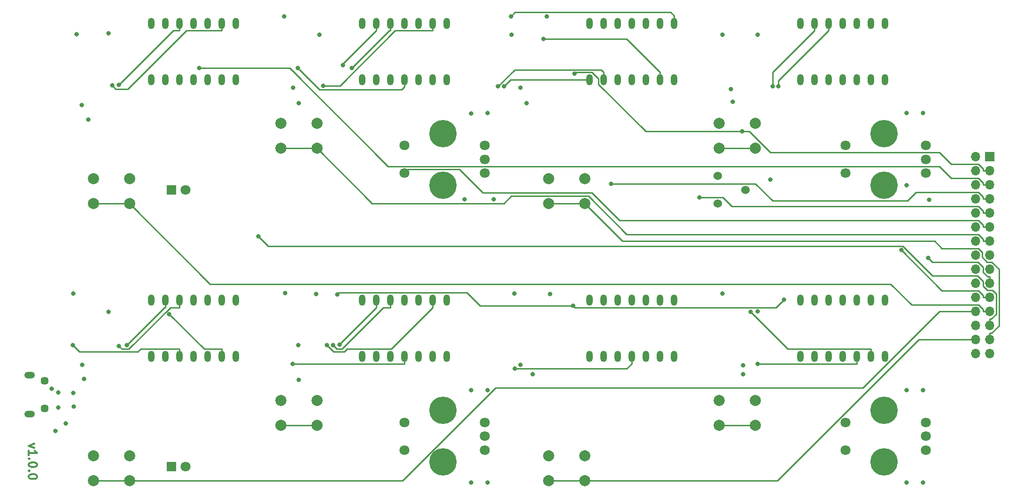
<source format=gbr>
%TF.GenerationSoftware,KiCad,Pcbnew,(5.1.6)-1*%
%TF.CreationDate,2020-09-26T19:54:48-07:00*%
%TF.ProjectId,Cessna 172 nav and com radio,43657373-6e61-4203-9137-32206e617620,rev?*%
%TF.SameCoordinates,Original*%
%TF.FileFunction,Copper,L1,Top*%
%TF.FilePolarity,Positive*%
%FSLAX46Y46*%
G04 Gerber Fmt 4.6, Leading zero omitted, Abs format (unit mm)*
G04 Created by KiCad (PCBNEW (5.1.6)-1) date 2020-09-26 19:54:48*
%MOMM*%
%LPD*%
G01*
G04 APERTURE LIST*
%TA.AperFunction,NonConductor*%
%ADD10C,0.300000*%
%TD*%
%TA.AperFunction,ComponentPad*%
%ADD11O,1.200000X2.000000*%
%TD*%
%TA.AperFunction,ComponentPad*%
%ADD12C,1.524000*%
%TD*%
%TA.AperFunction,ComponentPad*%
%ADD13C,1.800000*%
%TD*%
%TA.AperFunction,ComponentPad*%
%ADD14R,1.800000X1.800000*%
%TD*%
%TA.AperFunction,ComponentPad*%
%ADD15C,2.000000*%
%TD*%
%TA.AperFunction,ComponentPad*%
%ADD16C,1.450000*%
%TD*%
%TA.AperFunction,ComponentPad*%
%ADD17O,1.900000X1.200000*%
%TD*%
%TA.AperFunction,ComponentPad*%
%ADD18C,4.950000*%
%TD*%
%TA.AperFunction,ComponentPad*%
%ADD19R,1.700000X1.700000*%
%TD*%
%TA.AperFunction,ComponentPad*%
%ADD20O,1.700000X1.700000*%
%TD*%
%TA.AperFunction,ViaPad*%
%ADD21C,0.800000*%
%TD*%
%TA.AperFunction,Conductor*%
%ADD22C,0.250000*%
%TD*%
G04 APERTURE END LIST*
D10*
X32321428Y-111847714D02*
X31321428Y-112204857D01*
X32321428Y-112562000D01*
X31321428Y-113919142D02*
X31321428Y-113062000D01*
X31321428Y-113490571D02*
X32821428Y-113490571D01*
X32607142Y-113347714D01*
X32464285Y-113204857D01*
X32392857Y-113062000D01*
X31464285Y-114562000D02*
X31392857Y-114633428D01*
X31321428Y-114562000D01*
X31392857Y-114490571D01*
X31464285Y-114562000D01*
X31321428Y-114562000D01*
X32821428Y-115562000D02*
X32821428Y-115704857D01*
X32750000Y-115847714D01*
X32678571Y-115919142D01*
X32535714Y-115990571D01*
X32250000Y-116062000D01*
X31892857Y-116062000D01*
X31607142Y-115990571D01*
X31464285Y-115919142D01*
X31392857Y-115847714D01*
X31321428Y-115704857D01*
X31321428Y-115562000D01*
X31392857Y-115419142D01*
X31464285Y-115347714D01*
X31607142Y-115276285D01*
X31892857Y-115204857D01*
X32250000Y-115204857D01*
X32535714Y-115276285D01*
X32678571Y-115347714D01*
X32750000Y-115419142D01*
X32821428Y-115562000D01*
X31464285Y-116704857D02*
X31392857Y-116776285D01*
X31321428Y-116704857D01*
X31392857Y-116633428D01*
X31464285Y-116704857D01*
X31321428Y-116704857D01*
X32821428Y-117704857D02*
X32821428Y-117847714D01*
X32750000Y-117990571D01*
X32678571Y-118062000D01*
X32535714Y-118133428D01*
X32250000Y-118204857D01*
X31892857Y-118204857D01*
X31607142Y-118133428D01*
X31464285Y-118062000D01*
X31392857Y-117990571D01*
X31321428Y-117847714D01*
X31321428Y-117704857D01*
X31392857Y-117562000D01*
X31464285Y-117490571D01*
X31607142Y-117419142D01*
X31892857Y-117347714D01*
X32250000Y-117347714D01*
X32535714Y-117419142D01*
X32678571Y-117490571D01*
X32750000Y-117562000D01*
X32821428Y-117704857D01*
D11*
%TO.P,U4,7*%
%TO.N,Net-(U4-Pad7)*%
X106620000Y-46080000D03*
%TO.P,U4,8*%
%TO.N,/sheet5F611637/DIG_4*%
X106620000Y-35920000D03*
%TO.P,U4,6*%
%TO.N,/sheet5F611637/DIG_3*%
X104080000Y-46080000D03*
%TO.P,U4,9*%
%TO.N,/sheet5F611637/SEG_B*%
X104080000Y-35920000D03*
%TO.P,U4,5*%
%TO.N,/sheet5F611637/SEG_G*%
X101540000Y-46080000D03*
%TO.P,U4,10*%
%TO.N,/sheet5F611637/DIG_2*%
X101540000Y-35920000D03*
%TO.P,U4,4*%
%TO.N,/sheet5F611637/SEG_C*%
X99000000Y-46080000D03*
%TO.P,U4,11*%
%TO.N,/sheet5F611637/DIG_1*%
X99000000Y-35920000D03*
%TO.P,U4,3*%
%TO.N,/sheet5F611637/SEG_DP*%
X96460000Y-46080000D03*
%TO.P,U4,12*%
%TO.N,/sheet5F611637/SEG_F*%
X96460000Y-35920000D03*
%TO.P,U4,2*%
%TO.N,/sheet5F611637/SEG_D*%
X93920000Y-46080000D03*
%TO.P,U4,13*%
%TO.N,/sheet5F611637/SEG_A*%
X93920000Y-35920000D03*
%TO.P,U4,1*%
%TO.N,/sheet5F611637/SEG_E*%
X91380000Y-46080000D03*
%TO.P,U4,14*%
%TO.N,/sheet5F611637/DIG_0*%
X91380000Y-35920000D03*
%TD*%
D12*
%TO.P,RV1,1*%
%TO.N,Net-(R1-Pad2)*%
X155500000Y-68500000D03*
%TO.P,RV1,3*%
%TO.N,ISET*%
X155500000Y-63500000D03*
%TO.P,RV1,2*%
%TO.N,Net-(RV1-Pad2)*%
X160500000Y-66000000D03*
%TD*%
D11*
%TO.P,U2,7*%
%TO.N,Net-(U2-Pad7)*%
X68620000Y-46080000D03*
%TO.P,U2,8*%
%TO.N,/5 digit LCD display/DIG_4*%
X68620000Y-35920000D03*
%TO.P,U2,6*%
%TO.N,/5 digit LCD display/DIG_3*%
X66080000Y-46080000D03*
%TO.P,U2,9*%
%TO.N,/5 digit LCD display/SEG_B*%
X66080000Y-35920000D03*
%TO.P,U2,5*%
%TO.N,/5 digit LCD display/SEG_G*%
X63540000Y-46080000D03*
%TO.P,U2,10*%
%TO.N,/5 digit LCD display/DIG_2*%
X63540000Y-35920000D03*
%TO.P,U2,4*%
%TO.N,/5 digit LCD display/SEG_C*%
X61000000Y-46080000D03*
%TO.P,U2,11*%
%TO.N,/5 digit LCD display/DIG_1*%
X61000000Y-35920000D03*
%TO.P,U2,3*%
%TO.N,/5 digit LCD display/SEG_DP*%
X58460000Y-46080000D03*
%TO.P,U2,12*%
%TO.N,/5 digit LCD display/SEG_F*%
X58460000Y-35920000D03*
%TO.P,U2,2*%
%TO.N,/5 digit LCD display/SEG_D*%
X55920000Y-46080000D03*
%TO.P,U2,13*%
%TO.N,/5 digit LCD display/SEG_A*%
X55920000Y-35920000D03*
%TO.P,U2,1*%
%TO.N,/5 digit LCD display/SEG_E*%
X53380000Y-46080000D03*
%TO.P,U2,14*%
%TO.N,/5 digit LCD display/DIG_0*%
X53380000Y-35920000D03*
%TD*%
%TO.P,U6,7*%
%TO.N,Net-(U6-Pad7)*%
X147620000Y-46080000D03*
%TO.P,U6,8*%
%TO.N,/sheet5F613960/DIG_4*%
X147620000Y-35920000D03*
%TO.P,U6,6*%
%TO.N,/sheet5F613960/DIG_3*%
X145080000Y-46080000D03*
%TO.P,U6,9*%
%TO.N,/sheet5F613960/SEG_B*%
X145080000Y-35920000D03*
%TO.P,U6,5*%
%TO.N,/sheet5F613960/SEG_G*%
X142540000Y-46080000D03*
%TO.P,U6,10*%
%TO.N,/sheet5F613960/DIG_2*%
X142540000Y-35920000D03*
%TO.P,U6,4*%
%TO.N,/sheet5F613960/SEG_C*%
X140000000Y-46080000D03*
%TO.P,U6,11*%
%TO.N,/sheet5F613960/DIG_1*%
X140000000Y-35920000D03*
%TO.P,U6,3*%
%TO.N,/sheet5F613960/SEG_DP*%
X137460000Y-46080000D03*
%TO.P,U6,12*%
%TO.N,/sheet5F613960/SEG_F*%
X137460000Y-35920000D03*
%TO.P,U6,2*%
%TO.N,/sheet5F613960/SEG_D*%
X134920000Y-46080000D03*
%TO.P,U6,13*%
%TO.N,/sheet5F613960/SEG_A*%
X134920000Y-35920000D03*
%TO.P,U6,1*%
%TO.N,/sheet5F613960/SEG_E*%
X132380000Y-46080000D03*
%TO.P,U6,14*%
%TO.N,/sheet5F613960/DIG_0*%
X132380000Y-35920000D03*
%TD*%
%TO.P,U8,7*%
%TO.N,Net-(U8-Pad7)*%
X185620000Y-46080000D03*
%TO.P,U8,8*%
%TO.N,/sheet5F613961/DIG_4*%
X185620000Y-35920000D03*
%TO.P,U8,6*%
%TO.N,/sheet5F613961/DIG_3*%
X183080000Y-46080000D03*
%TO.P,U8,9*%
%TO.N,/sheet5F613961/SEG_B*%
X183080000Y-35920000D03*
%TO.P,U8,5*%
%TO.N,/sheet5F613961/SEG_G*%
X180540000Y-46080000D03*
%TO.P,U8,10*%
%TO.N,/sheet5F613961/DIG_2*%
X180540000Y-35920000D03*
%TO.P,U8,4*%
%TO.N,/sheet5F613961/SEG_C*%
X178000000Y-46080000D03*
%TO.P,U8,11*%
%TO.N,/sheet5F613961/DIG_1*%
X178000000Y-35920000D03*
%TO.P,U8,3*%
%TO.N,/sheet5F613961/SEG_DP*%
X175460000Y-46080000D03*
%TO.P,U8,12*%
%TO.N,/sheet5F613961/SEG_F*%
X175460000Y-35920000D03*
%TO.P,U8,2*%
%TO.N,/sheet5F613961/SEG_D*%
X172920000Y-46080000D03*
%TO.P,U8,13*%
%TO.N,/sheet5F613961/SEG_A*%
X172920000Y-35920000D03*
%TO.P,U8,1*%
%TO.N,/sheet5F613961/SEG_E*%
X170380000Y-46080000D03*
%TO.P,U8,14*%
%TO.N,/sheet5F613961/DIG_0*%
X170380000Y-35920000D03*
%TD*%
D13*
%TO.P,D3,2*%
%TO.N,Net-(D3-Pad2)*%
X59540000Y-66000000D03*
D14*
%TO.P,D3,1*%
%TO.N,GND*%
X57000000Y-66000000D03*
%TD*%
D15*
%TO.P,SW1,2*%
%TO.N,COMM1_XFR*%
X76750000Y-58500000D03*
%TO.P,SW1,1*%
%TO.N,GND*%
X76750000Y-54000000D03*
%TO.P,SW1,2*%
%TO.N,COMM1_XFR*%
X83250000Y-58500000D03*
%TO.P,SW1,1*%
%TO.N,GND*%
X83250000Y-54000000D03*
%TD*%
%TO.P,SW2,1*%
%TO.N,GND*%
X162250000Y-54000000D03*
%TO.P,SW2,2*%
%TO.N,NAV1_XFR*%
X162250000Y-58500000D03*
%TO.P,SW2,1*%
%TO.N,GND*%
X155750000Y-54000000D03*
%TO.P,SW2,2*%
%TO.N,NAV1_XFR*%
X155750000Y-58500000D03*
%TD*%
%TO.P,SW3,2*%
%TO.N,IDENT1_SW*%
X125000000Y-68500000D03*
%TO.P,SW3,1*%
%TO.N,GND*%
X125000000Y-64000000D03*
%TO.P,SW3,2*%
%TO.N,IDENT1_SW*%
X131500000Y-68500000D03*
%TO.P,SW3,1*%
%TO.N,GND*%
X131500000Y-64000000D03*
%TD*%
D16*
%TO.P,J2,6*%
%TO.N,Net-(J2-Pad6)*%
X34162500Y-105500000D03*
X34162500Y-100500000D03*
D17*
X31462500Y-106500000D03*
X31462500Y-99500000D03*
%TD*%
D18*
%TO.P,J3,MH2*%
%TO.N,Net-(J3-PadMH2)*%
X106000000Y-55850000D03*
%TO.P,J3,MH1*%
%TO.N,Net-(J3-PadMH1)*%
X106000000Y-65150000D03*
D13*
%TO.P,J3,E1*%
%TO.N,GND*%
X99000000Y-58000000D03*
%TO.P,J3,D1*%
%TO.N,COMM1_KHZ_SW*%
X99000000Y-63000000D03*
%TO.P,J3,C1*%
%TO.N,GND*%
X113500000Y-60500000D03*
%TO.P,J3,B1*%
%TO.N,/Tuning rotary encoder and switch/B1*%
X113500000Y-58000000D03*
%TO.P,J3,A1*%
%TO.N,/Tuning rotary encoder and switch/A1*%
X113500000Y-63000000D03*
%TD*%
%TO.P,J4,A1*%
%TO.N,/sheet5F5DD32A/A1*%
X193000000Y-63000000D03*
%TO.P,J4,B1*%
%TO.N,/sheet5F5DD32A/B1*%
X193000000Y-58000000D03*
%TO.P,J4,C1*%
%TO.N,GND*%
X193000000Y-60500000D03*
%TO.P,J4,D1*%
%TO.N,NAV1_KHZ_SW*%
X178500000Y-63000000D03*
%TO.P,J4,E1*%
%TO.N,GND*%
X178500000Y-58000000D03*
D18*
%TO.P,J4,MH1*%
%TO.N,Net-(J4-PadMH1)*%
X185500000Y-65150000D03*
%TO.P,J4,MH2*%
%TO.N,Net-(J4-PadMH2)*%
X185500000Y-55850000D03*
%TD*%
D13*
%TO.P,D6,2*%
%TO.N,Net-(D6-Pad2)*%
X59540000Y-116000000D03*
D14*
%TO.P,D6,1*%
%TO.N,GND*%
X57000000Y-116000000D03*
%TD*%
D13*
%TO.P,J1,A1*%
%TO.N,/sheet5F71BCD2/A1*%
X113500000Y-113000000D03*
%TO.P,J1,B1*%
%TO.N,/sheet5F71BCD2/B1*%
X113500000Y-108000000D03*
%TO.P,J1,C1*%
%TO.N,GND*%
X113500000Y-110500000D03*
%TO.P,J1,D1*%
%TO.N,COMM2_KHZ_SW*%
X99000000Y-113000000D03*
%TO.P,J1,E1*%
%TO.N,GND*%
X99000000Y-108000000D03*
D18*
%TO.P,J1,MH1*%
%TO.N,Net-(J1-PadMH1)*%
X106000000Y-115150000D03*
%TO.P,J1,MH2*%
%TO.N,Net-(J1-PadMH2)*%
X106000000Y-105850000D03*
%TD*%
%TO.P,J6,MH2*%
%TO.N,Net-(J6-PadMH2)*%
X185500000Y-105850000D03*
%TO.P,J6,MH1*%
%TO.N,Net-(J6-PadMH1)*%
X185500000Y-115150000D03*
D13*
%TO.P,J6,E1*%
%TO.N,GND*%
X178500000Y-108000000D03*
%TO.P,J6,D1*%
%TO.N,NAV2_KHZ_SW*%
X178500000Y-113000000D03*
%TO.P,J6,C1*%
%TO.N,GND*%
X193000000Y-110500000D03*
%TO.P,J6,B1*%
%TO.N,/sheet5F71BCD3/B1*%
X193000000Y-108000000D03*
%TO.P,J6,A1*%
%TO.N,/sheet5F71BCD3/A1*%
X193000000Y-113000000D03*
%TD*%
D15*
%TO.P,SW4,2*%
%TO.N,COMM2_XFR*%
X76750000Y-108500000D03*
%TO.P,SW4,1*%
%TO.N,GND*%
X76750000Y-104000000D03*
%TO.P,SW4,2*%
%TO.N,COMM2_XFR*%
X83250000Y-108500000D03*
%TO.P,SW4,1*%
%TO.N,GND*%
X83250000Y-104000000D03*
%TD*%
%TO.P,SW5,1*%
%TO.N,GND*%
X162250000Y-104000000D03*
%TO.P,SW5,2*%
%TO.N,NAV2_XFR*%
X162250000Y-108500000D03*
%TO.P,SW5,1*%
%TO.N,GND*%
X155750000Y-104000000D03*
%TO.P,SW5,2*%
%TO.N,NAV2_XFR*%
X155750000Y-108500000D03*
%TD*%
%TO.P,SW6,2*%
%TO.N,IDENT2_SW*%
X125000000Y-118500000D03*
%TO.P,SW6,1*%
%TO.N,GND*%
X125000000Y-114000000D03*
%TO.P,SW6,2*%
%TO.N,IDENT2_SW*%
X131500000Y-118500000D03*
%TO.P,SW6,1*%
%TO.N,GND*%
X131500000Y-114000000D03*
%TD*%
D11*
%TO.P,U10,14*%
%TO.N,/sheet5F68A9C2/DIG_0*%
X53380000Y-85920000D03*
%TO.P,U10,1*%
%TO.N,/sheet5F68A9C2/SEG_E*%
X53380000Y-96080000D03*
%TO.P,U10,13*%
%TO.N,/sheet5F68A9C2/SEG_A*%
X55920000Y-85920000D03*
%TO.P,U10,2*%
%TO.N,/sheet5F68A9C2/SEG_D*%
X55920000Y-96080000D03*
%TO.P,U10,12*%
%TO.N,/sheet5F68A9C2/SEG_F*%
X58460000Y-85920000D03*
%TO.P,U10,3*%
%TO.N,/sheet5F68A9C2/SEG_DP*%
X58460000Y-96080000D03*
%TO.P,U10,11*%
%TO.N,/sheet5F68A9C2/DIG_1*%
X61000000Y-85920000D03*
%TO.P,U10,4*%
%TO.N,/sheet5F68A9C2/SEG_C*%
X61000000Y-96080000D03*
%TO.P,U10,10*%
%TO.N,/sheet5F68A9C2/DIG_2*%
X63540000Y-85920000D03*
%TO.P,U10,5*%
%TO.N,/sheet5F68A9C2/SEG_G*%
X63540000Y-96080000D03*
%TO.P,U10,9*%
%TO.N,/sheet5F68A9C2/SEG_B*%
X66080000Y-85920000D03*
%TO.P,U10,6*%
%TO.N,/sheet5F68A9C2/DIG_3*%
X66080000Y-96080000D03*
%TO.P,U10,8*%
%TO.N,/sheet5F68A9C2/DIG_4*%
X68620000Y-85920000D03*
%TO.P,U10,7*%
%TO.N,Net-(U10-Pad7)*%
X68620000Y-96080000D03*
%TD*%
%TO.P,U12,7*%
%TO.N,Net-(U12-Pad7)*%
X147620000Y-96080000D03*
%TO.P,U12,8*%
%TO.N,/sheet5F68A9C3/DIG_4*%
X147620000Y-85920000D03*
%TO.P,U12,6*%
%TO.N,/sheet5F68A9C3/DIG_3*%
X145080000Y-96080000D03*
%TO.P,U12,9*%
%TO.N,/sheet5F68A9C3/SEG_B*%
X145080000Y-85920000D03*
%TO.P,U12,5*%
%TO.N,/sheet5F68A9C3/SEG_G*%
X142540000Y-96080000D03*
%TO.P,U12,10*%
%TO.N,/sheet5F68A9C3/DIG_2*%
X142540000Y-85920000D03*
%TO.P,U12,4*%
%TO.N,/sheet5F68A9C3/SEG_C*%
X140000000Y-96080000D03*
%TO.P,U12,11*%
%TO.N,/sheet5F68A9C3/DIG_1*%
X140000000Y-85920000D03*
%TO.P,U12,3*%
%TO.N,/sheet5F68A9C3/SEG_DP*%
X137460000Y-96080000D03*
%TO.P,U12,12*%
%TO.N,/sheet5F68A9C3/SEG_F*%
X137460000Y-85920000D03*
%TO.P,U12,2*%
%TO.N,/sheet5F68A9C3/SEG_D*%
X134920000Y-96080000D03*
%TO.P,U12,13*%
%TO.N,/sheet5F68A9C3/SEG_A*%
X134920000Y-85920000D03*
%TO.P,U12,1*%
%TO.N,/sheet5F68A9C3/SEG_E*%
X132380000Y-96080000D03*
%TO.P,U12,14*%
%TO.N,/sheet5F68A9C3/DIG_0*%
X132380000Y-85920000D03*
%TD*%
%TO.P,U14,7*%
%TO.N,Net-(U14-Pad7)*%
X185620000Y-96080000D03*
%TO.P,U14,8*%
%TO.N,/sheet5F68A9C4/DIG_4*%
X185620000Y-85920000D03*
%TO.P,U14,6*%
%TO.N,/sheet5F68A9C4/DIG_3*%
X183080000Y-96080000D03*
%TO.P,U14,9*%
%TO.N,/sheet5F68A9C4/SEG_B*%
X183080000Y-85920000D03*
%TO.P,U14,5*%
%TO.N,/sheet5F68A9C4/SEG_G*%
X180540000Y-96080000D03*
%TO.P,U14,10*%
%TO.N,/sheet5F68A9C4/DIG_2*%
X180540000Y-85920000D03*
%TO.P,U14,4*%
%TO.N,/sheet5F68A9C4/SEG_C*%
X178000000Y-96080000D03*
%TO.P,U14,11*%
%TO.N,/sheet5F68A9C4/DIG_1*%
X178000000Y-85920000D03*
%TO.P,U14,3*%
%TO.N,/sheet5F68A9C4/SEG_DP*%
X175460000Y-96080000D03*
%TO.P,U14,12*%
%TO.N,/sheet5F68A9C4/SEG_F*%
X175460000Y-85920000D03*
%TO.P,U14,2*%
%TO.N,/sheet5F68A9C4/SEG_D*%
X172920000Y-96080000D03*
%TO.P,U14,13*%
%TO.N,/sheet5F68A9C4/SEG_A*%
X172920000Y-85920000D03*
%TO.P,U14,1*%
%TO.N,/sheet5F68A9C4/SEG_E*%
X170380000Y-96080000D03*
%TO.P,U14,14*%
%TO.N,/sheet5F68A9C4/DIG_0*%
X170380000Y-85920000D03*
%TD*%
%TO.P,U16,14*%
%TO.N,/sheet5F68A9C5/DIG_0*%
X91380000Y-85920000D03*
%TO.P,U16,1*%
%TO.N,/sheet5F68A9C5/SEG_E*%
X91380000Y-96080000D03*
%TO.P,U16,13*%
%TO.N,/sheet5F68A9C5/SEG_A*%
X93920000Y-85920000D03*
%TO.P,U16,2*%
%TO.N,/sheet5F68A9C5/SEG_D*%
X93920000Y-96080000D03*
%TO.P,U16,12*%
%TO.N,/sheet5F68A9C5/SEG_F*%
X96460000Y-85920000D03*
%TO.P,U16,3*%
%TO.N,/sheet5F68A9C5/SEG_DP*%
X96460000Y-96080000D03*
%TO.P,U16,11*%
%TO.N,/sheet5F68A9C5/DIG_1*%
X99000000Y-85920000D03*
%TO.P,U16,4*%
%TO.N,/sheet5F68A9C5/SEG_C*%
X99000000Y-96080000D03*
%TO.P,U16,10*%
%TO.N,/sheet5F68A9C5/DIG_2*%
X101540000Y-85920000D03*
%TO.P,U16,5*%
%TO.N,/sheet5F68A9C5/SEG_G*%
X101540000Y-96080000D03*
%TO.P,U16,9*%
%TO.N,/sheet5F68A9C5/SEG_B*%
X104080000Y-85920000D03*
%TO.P,U16,6*%
%TO.N,/sheet5F68A9C5/DIG_3*%
X104080000Y-96080000D03*
%TO.P,U16,8*%
%TO.N,/sheet5F68A9C5/DIG_4*%
X106620000Y-85920000D03*
%TO.P,U16,7*%
%TO.N,Net-(U16-Pad7)*%
X106620000Y-96080000D03*
%TD*%
D15*
%TO.P,SW7,2*%
%TO.N,RADIO1_SW*%
X43000000Y-68500000D03*
%TO.P,SW7,1*%
%TO.N,GND*%
X43000000Y-64000000D03*
%TO.P,SW7,2*%
%TO.N,RADIO1_SW*%
X49500000Y-68500000D03*
%TO.P,SW7,1*%
%TO.N,GND*%
X49500000Y-64000000D03*
%TD*%
%TO.P,SW8,1*%
%TO.N,GND*%
X49500000Y-114000000D03*
%TO.P,SW8,2*%
%TO.N,RADIO2_SW*%
X49500000Y-118500000D03*
%TO.P,SW8,1*%
%TO.N,GND*%
X43000000Y-114000000D03*
%TO.P,SW8,2*%
%TO.N,RADIO2_SW*%
X43000000Y-118500000D03*
%TD*%
D19*
%TO.P,J5,1*%
%TO.N,CS_LOAD*%
X204500000Y-60000000D03*
D20*
%TO.P,J5,2*%
%TO.N,+5V*%
X201960000Y-60000000D03*
%TO.P,J5,3*%
%TO.N,CLK*%
X204500000Y-62540000D03*
%TO.P,J5,4*%
%TO.N,GND*%
X201960000Y-62540000D03*
%TO.P,J5,5*%
%TO.N,DIN*%
X204500000Y-65080000D03*
%TO.P,J5,6*%
%TO.N,Net-(J5-Pad6)*%
X201960000Y-65080000D03*
%TO.P,J5,7*%
%TO.N,COMM1_LEFT*%
X204500000Y-67620000D03*
%TO.P,J5,8*%
%TO.N,COMM2_LEFT*%
X201960000Y-67620000D03*
%TO.P,J5,9*%
%TO.N,COMM1_RIGHT*%
X204500000Y-70160000D03*
%TO.P,J5,10*%
%TO.N,COMM2_RIGHT*%
X201960000Y-70160000D03*
%TO.P,J5,11*%
%TO.N,COMM1_KHZ_SW*%
X204500000Y-72700000D03*
%TO.P,J5,12*%
%TO.N,COMM2_KHZ_SW*%
X201960000Y-72700000D03*
%TO.P,J5,13*%
%TO.N,COMM1_XFR*%
X204500000Y-75240000D03*
%TO.P,J5,14*%
%TO.N,COMM2_XFR*%
X201960000Y-75240000D03*
%TO.P,J5,15*%
%TO.N,NAV1_LEFT*%
X204500000Y-77780000D03*
%TO.P,J5,16*%
%TO.N,NAV2_LEFT*%
X201960000Y-77780000D03*
%TO.P,J5,17*%
%TO.N,NAV1_RIGHT*%
X204500000Y-80320000D03*
%TO.P,J5,18*%
%TO.N,NAV2_RIGHT*%
X201960000Y-80320000D03*
%TO.P,J5,19*%
%TO.N,NAV1_KHZ_SW*%
X204500000Y-82860000D03*
%TO.P,J5,20*%
%TO.N,NAV2_KHZ_SW*%
X201960000Y-82860000D03*
%TO.P,J5,21*%
%TO.N,NAV1_XFR*%
X204500000Y-85400000D03*
%TO.P,J5,22*%
%TO.N,NAV2_XFR*%
X201960000Y-85400000D03*
%TO.P,J5,23*%
%TO.N,RADIO1_SW*%
X204500000Y-87940000D03*
%TO.P,J5,24*%
%TO.N,RADIO2_SW*%
X201960000Y-87940000D03*
%TO.P,J5,25*%
%TO.N,RADIO1_LED*%
X204500000Y-90480000D03*
%TO.P,J5,26*%
%TO.N,RADIO2_LED*%
X201960000Y-90480000D03*
%TO.P,J5,27*%
%TO.N,IDENT1_SW*%
X204500000Y-93020000D03*
%TO.P,J5,28*%
%TO.N,IDENT2_SW*%
X201960000Y-93020000D03*
%TO.P,J5,29*%
%TO.N,GND*%
X204500000Y-95560000D03*
%TO.P,J5,30*%
X201960000Y-95560000D03*
%TD*%
D21*
%TO.N,+5V*%
X157896600Y-47791300D03*
X160076500Y-97712500D03*
X79865000Y-94008000D03*
X119921000Y-97584100D03*
X111000000Y-118849700D03*
X40909700Y-97577500D03*
X119921300Y-47577500D03*
X78914900Y-47525300D03*
X165000000Y-64161400D03*
X111000000Y-52173900D03*
X111000000Y-102168400D03*
X189500000Y-102131300D03*
X40887200Y-50733700D03*
X189500000Y-52171800D03*
X189500000Y-118831600D03*
X38000000Y-108155700D03*
X109889300Y-67688300D03*
X189500000Y-65172100D03*
X36650000Y-105286600D03*
X36576000Y-102616000D03*
%TO.N,CLK*%
X159900300Y-55446800D03*
X129632600Y-45030900D03*
%TO.N,DIN*%
X62014600Y-44010000D03*
%TO.N,/5 digit LCD display/SEG_B*%
X46325200Y-47137800D03*
%TO.N,/5 digit LCD display/SEG_F*%
X47506600Y-47065600D03*
%TO.N,/sheet5F611637/SEG_B*%
X84374800Y-47183600D03*
%TO.N,/sheet5F611637/SEG_C*%
X79802700Y-44005700D03*
%TO.N,/sheet5F611637/SEG_A*%
X87903800Y-43502600D03*
%TO.N,/sheet5F611637/SEG_F*%
X89565600Y-43969800D03*
%TO.N,/sheet5F613960/SEG_E*%
X116982700Y-47278300D03*
%TO.N,/sheet5F613960/SEG_D*%
X115902900Y-47283800D03*
%TO.N,/sheet5F613960/DIG_4*%
X118203900Y-34691200D03*
%TO.N,/sheet5F613960/DIG_3*%
X124048900Y-38750400D03*
%TO.N,/sheet5F613961/SEG_A*%
X165388300Y-47308900D03*
%TO.N,/sheet5F613961/SEG_F*%
X166388700Y-47313400D03*
%TO.N,NAV1_KHZ_SW*%
X193389500Y-78257600D03*
%TO.N,COMM1_LEFT*%
X136276400Y-64885200D03*
%TO.N,COMM1_RIGHT*%
X152182200Y-67351000D03*
%TO.N,/sheet5F68A9C2/SEG_DP*%
X39205800Y-94000000D03*
%TO.N,/sheet5F68A9C2/SEG_F*%
X47575300Y-94182300D03*
%TO.N,/sheet5F68A9C2/SEG_A*%
X48967100Y-94029500D03*
%TO.N,/sheet5F68A9C2/DIG_3*%
X56625100Y-88464700D03*
%TO.N,/sheet5F68A9C3/SEG_C*%
X118951300Y-98309400D03*
%TO.N,/sheet5F68A9C4/SEG_G*%
X162668500Y-97405300D03*
%TO.N,/sheet5F68A9C4/DIG_3*%
X161391700Y-88068100D03*
%TO.N,/sheet5F68A9C5/SEG_A*%
X87299000Y-93992100D03*
%TO.N,/sheet5F68A9C5/SEG_F*%
X86132300Y-94014200D03*
%TO.N,/sheet5F68A9C5/SEG_B*%
X85012700Y-94003200D03*
%TO.N,/sheet5F68A9C5/SEG_C*%
X78898400Y-97405300D03*
%TO.N,GND*%
X162675000Y-87976000D03*
X192500000Y-52148400D03*
X77537000Y-84674500D03*
X121000000Y-50328500D03*
X36140200Y-109561200D03*
X80000000Y-100331000D03*
X124675000Y-34704000D03*
X114000000Y-118849700D03*
X80000000Y-50339200D03*
X45675000Y-37721900D03*
X41239600Y-100164000D03*
X193630100Y-67755200D03*
X158179500Y-50108000D03*
X83118700Y-84816500D03*
X162675000Y-37978100D03*
X160078600Y-99302700D03*
X156325000Y-84717600D03*
X125264700Y-84852200D03*
X45675000Y-88000200D03*
X39325000Y-84705500D03*
X83675000Y-37987400D03*
X42000000Y-53352600D03*
X115079600Y-67688300D03*
X118325000Y-37989700D03*
X114000000Y-52166800D03*
X77325000Y-34716000D03*
X39952000Y-37888600D03*
X156325000Y-37977200D03*
X118852300Y-84766600D03*
X39350000Y-102710700D03*
X114000000Y-102163000D03*
X192500000Y-118852100D03*
X192500000Y-102161000D03*
X122102500Y-99312500D03*
X35465700Y-101934400D03*
X39370000Y-105156000D03*
%TO.N,CS_LOAD*%
X167419300Y-85812400D03*
X86879100Y-84855900D03*
X129406800Y-86938900D03*
%TO.N,NAV1_XFR*%
X188554700Y-76882800D03*
%TO.N,RADIO1_LED*%
X72709900Y-74439300D03*
%TD*%
D22*
%TO.N,CLK*%
X159900300Y-55446800D02*
X161167400Y-55446800D01*
X161167400Y-55446800D02*
X164970700Y-59250100D01*
X164970700Y-59250100D02*
X195428000Y-59250100D01*
X195428000Y-59250100D02*
X197542600Y-61364700D01*
X197542600Y-61364700D02*
X202516800Y-61364700D01*
X202516800Y-61364700D02*
X203324700Y-62172600D01*
X203324700Y-62172600D02*
X203324700Y-62540000D01*
X129632600Y-45030900D02*
X129908800Y-44754700D01*
X129908800Y-44754700D02*
X132769000Y-44754700D01*
X132769000Y-44754700D02*
X133994600Y-45980300D01*
X133994600Y-45980300D02*
X133994600Y-46933600D01*
X133994600Y-46933600D02*
X142507800Y-55446800D01*
X142507800Y-55446800D02*
X159900300Y-55446800D01*
X204500000Y-62540000D02*
X203324700Y-62540000D01*
%TO.N,DIN*%
X204500000Y-65080000D02*
X203324700Y-65080000D01*
X203324700Y-65080000D02*
X203324700Y-64712600D01*
X203324700Y-64712600D02*
X202516800Y-63904700D01*
X202516800Y-63904700D02*
X197592600Y-63904700D01*
X197592600Y-63904700D02*
X195437900Y-61750000D01*
X195437900Y-61750000D02*
X96072700Y-61750000D01*
X96072700Y-61750000D02*
X78332700Y-44010000D01*
X78332700Y-44010000D02*
X62014600Y-44010000D01*
%TO.N,/5 digit LCD display/SEG_B*%
X46325200Y-47137800D02*
X46978300Y-47790900D01*
X46978300Y-47790900D02*
X49158300Y-47790900D01*
X49158300Y-47790900D02*
X59703900Y-37245300D01*
X59703900Y-37245300D02*
X66080000Y-37245300D01*
X66080000Y-35920000D02*
X66080000Y-37245300D01*
%TO.N,/5 digit LCD display/SEG_F*%
X58460000Y-37245300D02*
X57326900Y-37245300D01*
X57326900Y-37245300D02*
X47506600Y-47065600D01*
X58460000Y-35920000D02*
X58460000Y-37245300D01*
%TO.N,/sheet5F611637/SEG_B*%
X84374800Y-47183600D02*
X87377600Y-47183600D01*
X87377600Y-47183600D02*
X97315900Y-37245300D01*
X97315900Y-37245300D02*
X104080000Y-37245300D01*
X104080000Y-35920000D02*
X104080000Y-37245300D01*
%TO.N,/sheet5F611637/SEG_C*%
X99000000Y-47405300D02*
X98474500Y-47930800D01*
X98474500Y-47930800D02*
X83727800Y-47930800D01*
X83727800Y-47930800D02*
X79802700Y-44005700D01*
X99000000Y-46080000D02*
X99000000Y-47405300D01*
%TO.N,/sheet5F611637/SEG_A*%
X93920000Y-37245300D02*
X87903800Y-43261500D01*
X87903800Y-43261500D02*
X87903800Y-43502600D01*
X93920000Y-35920000D02*
X93920000Y-37245300D01*
%TO.N,/sheet5F611637/SEG_F*%
X96460000Y-37245300D02*
X96290100Y-37245300D01*
X96290100Y-37245300D02*
X89565600Y-43969800D01*
X96460000Y-35920000D02*
X96460000Y-37245300D01*
%TO.N,/sheet5F613960/SEG_E*%
X132380000Y-46080000D02*
X118181000Y-46080000D01*
X118181000Y-46080000D02*
X116982700Y-47278300D01*
%TO.N,/sheet5F613960/SEG_D*%
X134920000Y-44754700D02*
X134469700Y-44304400D01*
X134469700Y-44304400D02*
X118882300Y-44304400D01*
X118882300Y-44304400D02*
X115902900Y-47283800D01*
X134920000Y-46080000D02*
X134920000Y-44754700D01*
%TO.N,/sheet5F613960/DIG_4*%
X147620000Y-34594700D02*
X146983900Y-33958600D01*
X146983900Y-33958600D02*
X118936500Y-33958600D01*
X118936500Y-33958600D02*
X118203900Y-34691200D01*
X147620000Y-35920000D02*
X147620000Y-34594700D01*
%TO.N,/sheet5F613960/DIG_3*%
X145080000Y-44754700D02*
X139075700Y-38750400D01*
X139075700Y-38750400D02*
X124048900Y-38750400D01*
X145080000Y-46080000D02*
X145080000Y-44754700D01*
%TO.N,/sheet5F613961/SEG_A*%
X172920000Y-37245300D02*
X165388300Y-44777000D01*
X165388300Y-44777000D02*
X165388300Y-47308900D01*
X172920000Y-35920000D02*
X172920000Y-37245300D01*
%TO.N,/sheet5F613961/SEG_F*%
X175460000Y-37245300D02*
X166388700Y-46316600D01*
X166388700Y-46316600D02*
X166388700Y-47313400D01*
X175460000Y-35920000D02*
X175460000Y-37245300D01*
%TO.N,COMM1_KHZ_SW*%
X203324700Y-72700000D02*
X203324700Y-72332600D01*
X203324700Y-72332600D02*
X202516800Y-71524700D01*
X202516800Y-71524700D02*
X137811100Y-71524700D01*
X137811100Y-71524700D02*
X132806500Y-66520100D01*
X132806500Y-66520100D02*
X113127000Y-66520100D01*
X113127000Y-66520100D02*
X108907200Y-62300300D01*
X108907200Y-62300300D02*
X99699700Y-62300300D01*
X99699700Y-62300300D02*
X99000000Y-63000000D01*
X204500000Y-72700000D02*
X203324700Y-72700000D01*
%TO.N,NAV1_KHZ_SW*%
X204500000Y-81684700D02*
X204132600Y-81684700D01*
X204132600Y-81684700D02*
X203324700Y-80876800D01*
X203324700Y-80876800D02*
X203324700Y-79983700D01*
X203324700Y-79983700D02*
X202391000Y-79050000D01*
X202391000Y-79050000D02*
X194181900Y-79050000D01*
X194181900Y-79050000D02*
X193389500Y-78257600D01*
X204500000Y-82860000D02*
X204500000Y-81684700D01*
%TO.N,COMM1_LEFT*%
X136276400Y-64885200D02*
X162268500Y-64885200D01*
X162268500Y-64885200D02*
X165361500Y-67978200D01*
X165361500Y-67978200D02*
X189685500Y-67978200D01*
X189685500Y-67978200D02*
X191219000Y-66444700D01*
X191219000Y-66444700D02*
X202516800Y-66444700D01*
X202516800Y-66444700D02*
X203324700Y-67252600D01*
X203324700Y-67252600D02*
X203324700Y-67620000D01*
X204500000Y-67620000D02*
X203324700Y-67620000D01*
%TO.N,COMM1_RIGHT*%
X204500000Y-70160000D02*
X203324700Y-70160000D01*
X152182200Y-67351000D02*
X156392600Y-67351000D01*
X156392600Y-67351000D02*
X158026300Y-68984700D01*
X158026300Y-68984700D02*
X202516800Y-68984700D01*
X202516800Y-68984700D02*
X203324700Y-69792600D01*
X203324700Y-69792600D02*
X203324700Y-70160000D01*
%TO.N,IDENT1_SW*%
X131500000Y-68500000D02*
X125000000Y-68500000D01*
X204500000Y-91844700D02*
X204867300Y-91844700D01*
X204867300Y-91844700D02*
X206163600Y-90548400D01*
X206163600Y-90548400D02*
X206163600Y-80321200D01*
X206163600Y-80321200D02*
X204874500Y-79032100D01*
X204874500Y-79032100D02*
X204001900Y-79032100D01*
X204001900Y-79032100D02*
X203135400Y-78165600D01*
X203135400Y-78165600D02*
X203135400Y-77290600D01*
X203135400Y-77290600D02*
X202449400Y-76604600D01*
X202449400Y-76604600D02*
X195914000Y-76604600D01*
X195914000Y-76604600D02*
X194579800Y-75270400D01*
X194579800Y-75270400D02*
X138270400Y-75270400D01*
X138270400Y-75270400D02*
X131500000Y-68500000D01*
X204500000Y-93020000D02*
X204500000Y-91844700D01*
%TO.N,IDENT2_SW*%
X131500000Y-118500000D02*
X166254300Y-118500000D01*
X166254300Y-118500000D02*
X191734300Y-93020000D01*
X191734300Y-93020000D02*
X201960000Y-93020000D01*
X131500000Y-118500000D02*
X125000000Y-118500000D01*
%TO.N,/sheet5F68A9C2/SEG_DP*%
X39205800Y-94000000D02*
X40410900Y-95205100D01*
X40410900Y-95205100D02*
X51020400Y-95205100D01*
X51020400Y-95205100D02*
X51470800Y-94754700D01*
X51470800Y-94754700D02*
X58460000Y-94754700D01*
X58460000Y-96080000D02*
X58460000Y-94754700D01*
%TO.N,/sheet5F68A9C2/SEG_F*%
X58460000Y-87245300D02*
X56818800Y-87245300D01*
X56818800Y-87245300D02*
X49309300Y-94754800D01*
X49309300Y-94754800D02*
X48147800Y-94754800D01*
X48147800Y-94754800D02*
X47575300Y-94182300D01*
X58460000Y-85920000D02*
X58460000Y-87245300D01*
%TO.N,/sheet5F68A9C2/SEG_A*%
X55920000Y-85920000D02*
X55920000Y-87245300D01*
X55920000Y-87245300D02*
X55751300Y-87245300D01*
X55751300Y-87245300D02*
X48967100Y-94029500D01*
%TO.N,/sheet5F68A9C2/DIG_3*%
X66080000Y-96080000D02*
X66080000Y-94754700D01*
X66080000Y-94754700D02*
X62915100Y-94754700D01*
X62915100Y-94754700D02*
X56625100Y-88464700D01*
%TO.N,/sheet5F68A9C3/SEG_C*%
X118951300Y-98309400D02*
X139095900Y-98309400D01*
X139095900Y-98309400D02*
X140000000Y-97405300D01*
X140000000Y-96080000D02*
X140000000Y-97405300D01*
%TO.N,/sheet5F68A9C4/SEG_G*%
X180540000Y-97405300D02*
X162668500Y-97405300D01*
X180540000Y-96080000D02*
X180540000Y-97405300D01*
%TO.N,/sheet5F68A9C4/DIG_3*%
X183080000Y-94754700D02*
X168078300Y-94754700D01*
X168078300Y-94754700D02*
X161391700Y-88068100D01*
X183080000Y-96080000D02*
X183080000Y-94754700D01*
%TO.N,/sheet5F68A9C5/SEG_A*%
X93920000Y-87245300D02*
X87299000Y-93866300D01*
X87299000Y-93866300D02*
X87299000Y-93992100D01*
X93920000Y-85920000D02*
X93920000Y-87245300D01*
%TO.N,/sheet5F68A9C5/SEG_F*%
X96460000Y-87245300D02*
X95186400Y-87245300D01*
X95186400Y-87245300D02*
X87714300Y-94717400D01*
X87714300Y-94717400D02*
X86835500Y-94717400D01*
X86835500Y-94717400D02*
X86132300Y-94014200D01*
X96460000Y-85920000D02*
X96460000Y-87245300D01*
%TO.N,/sheet5F68A9C5/SEG_B*%
X104080000Y-87245300D02*
X96607900Y-94717400D01*
X96607900Y-94717400D02*
X88669400Y-94717400D01*
X88669400Y-94717400D02*
X88198500Y-95188300D01*
X88198500Y-95188300D02*
X86197800Y-95188300D01*
X86197800Y-95188300D02*
X85012700Y-94003200D01*
X104080000Y-85920000D02*
X104080000Y-87245300D01*
%TO.N,/sheet5F68A9C5/SEG_C*%
X99000000Y-97405300D02*
X78898400Y-97405300D01*
X99000000Y-96080000D02*
X99000000Y-97405300D01*
%TO.N,CS_LOAD*%
X167419300Y-85812400D02*
X165981000Y-87250700D01*
X165981000Y-87250700D02*
X129718600Y-87250700D01*
X129718600Y-87250700D02*
X129406800Y-86938900D01*
X86879100Y-84855900D02*
X87162400Y-84572600D01*
X87162400Y-84572600D02*
X110250800Y-84572600D01*
X110250800Y-84572600D02*
X112617100Y-86938900D01*
X112617100Y-86938900D02*
X129406800Y-86938900D01*
%TO.N,COMM1_XFR*%
X204500000Y-75240000D02*
X203324700Y-75240000D01*
X203324700Y-75240000D02*
X203324700Y-74872600D01*
X203324700Y-74872600D02*
X202516800Y-74064700D01*
X202516800Y-74064700D02*
X139077300Y-74064700D01*
X139077300Y-74064700D02*
X132163500Y-67150900D01*
X132163500Y-67150900D02*
X118267600Y-67150900D01*
X118267600Y-67150900D02*
X116972400Y-68446100D01*
X116972400Y-68446100D02*
X93196100Y-68446100D01*
X93196100Y-68446100D02*
X83250000Y-58500000D01*
X83250000Y-58500000D02*
X76750000Y-58500000D01*
%TO.N,COMM2_XFR*%
X83250000Y-108500000D02*
X76750000Y-108500000D01*
%TO.N,NAV1_XFR*%
X204500000Y-85400000D02*
X203324700Y-85400000D01*
X203324700Y-85400000D02*
X203324700Y-85032600D01*
X203324700Y-85032600D02*
X202516800Y-84224700D01*
X202516800Y-84224700D02*
X195896600Y-84224700D01*
X195896600Y-84224700D02*
X188554700Y-76882800D01*
X155750000Y-58500000D02*
X162250000Y-58500000D01*
%TO.N,NAV2_XFR*%
X162250000Y-108500000D02*
X155750000Y-108500000D01*
%TO.N,RADIO1_SW*%
X49500000Y-68500000D02*
X64005000Y-83005000D01*
X64005000Y-83005000D02*
X186665100Y-83005000D01*
X186665100Y-83005000D02*
X190424800Y-86764700D01*
X190424800Y-86764700D02*
X202516800Y-86764700D01*
X202516800Y-86764700D02*
X203324700Y-87572600D01*
X203324700Y-87572600D02*
X203324700Y-87940000D01*
X204500000Y-87940000D02*
X203324700Y-87940000D01*
X49500000Y-68500000D02*
X43000000Y-68500000D01*
%TO.N,RADIO2_SW*%
X201960000Y-87940000D02*
X195468600Y-87940000D01*
X195468600Y-87940000D02*
X181643700Y-101764900D01*
X181643700Y-101764900D02*
X115424800Y-101764900D01*
X115424800Y-101764900D02*
X98689700Y-118500000D01*
X98689700Y-118500000D02*
X49500000Y-118500000D01*
X49500000Y-118500000D02*
X43000000Y-118500000D01*
%TO.N,RADIO1_LED*%
X72709900Y-74439300D02*
X74428000Y-76157400D01*
X74428000Y-76157400D02*
X74428000Y-76157500D01*
X74428000Y-76157500D02*
X188855200Y-76157500D01*
X188855200Y-76157500D02*
X194193100Y-81495400D01*
X194193100Y-81495400D02*
X202319600Y-81495400D01*
X202319600Y-81495400D02*
X203324500Y-82500300D01*
X203324500Y-82500300D02*
X203324500Y-83356500D01*
X203324500Y-83356500D02*
X204098000Y-84130000D01*
X204098000Y-84130000D02*
X204988000Y-84130000D01*
X204988000Y-84130000D02*
X205680200Y-84822200D01*
X205680200Y-84822200D02*
X205680200Y-88428500D01*
X205680200Y-88428500D02*
X204804000Y-89304700D01*
X204804000Y-89304700D02*
X204500000Y-89304700D01*
X204500000Y-90480000D02*
X204500000Y-89304700D01*
%TD*%
M02*

</source>
